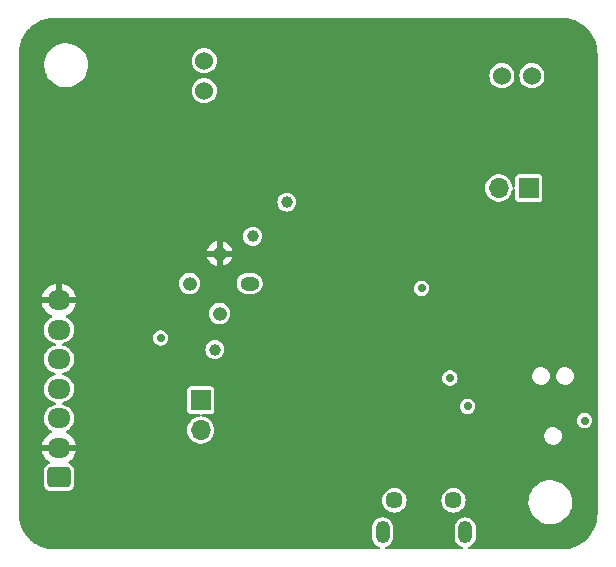
<source format=gbr>
G04 #@! TF.GenerationSoftware,KiCad,Pcbnew,7.0.8*
G04 #@! TF.CreationDate,2024-01-22T10:42:46-07:00*
G04 #@! TF.ProjectId,sdm24wheel,73646d32-3477-4686-9565-6c2e6b696361,v1.1*
G04 #@! TF.SameCoordinates,Original*
G04 #@! TF.FileFunction,Copper,L3,Inr*
G04 #@! TF.FilePolarity,Positive*
%FSLAX46Y46*%
G04 Gerber Fmt 4.6, Leading zero omitted, Abs format (unit mm)*
G04 Created by KiCad (PCBNEW 7.0.8) date 2024-01-22 10:42:46*
%MOMM*%
%LPD*%
G01*
G04 APERTURE LIST*
G04 Aperture macros list*
%AMRoundRect*
0 Rectangle with rounded corners*
0 $1 Rounding radius*
0 $2 $3 $4 $5 $6 $7 $8 $9 X,Y pos of 4 corners*
0 Add a 4 corners polygon primitive as box body*
4,1,4,$2,$3,$4,$5,$6,$7,$8,$9,$2,$3,0*
0 Add four circle primitives for the rounded corners*
1,1,$1+$1,$2,$3*
1,1,$1+$1,$4,$5*
1,1,$1+$1,$6,$7*
1,1,$1+$1,$8,$9*
0 Add four rect primitives between the rounded corners*
20,1,$1+$1,$2,$3,$4,$5,0*
20,1,$1+$1,$4,$5,$6,$7,0*
20,1,$1+$1,$6,$7,$8,$9,0*
20,1,$1+$1,$8,$9,$2,$3,0*%
G04 Aperture macros list end*
G04 #@! TA.AperFunction,ComponentPad*
%ADD10C,1.524000*%
G04 #@! TD*
G04 #@! TA.AperFunction,ComponentPad*
%ADD11O,1.200000X1.900000*%
G04 #@! TD*
G04 #@! TA.AperFunction,ComponentPad*
%ADD12C,1.450000*%
G04 #@! TD*
G04 #@! TA.AperFunction,ComponentPad*
%ADD13R,1.700000X1.700000*%
G04 #@! TD*
G04 #@! TA.AperFunction,ComponentPad*
%ADD14O,1.700000X1.700000*%
G04 #@! TD*
G04 #@! TA.AperFunction,ComponentPad*
%ADD15RoundRect,0.250000X0.725000X-0.600000X0.725000X0.600000X-0.725000X0.600000X-0.725000X-0.600000X0*%
G04 #@! TD*
G04 #@! TA.AperFunction,ComponentPad*
%ADD16O,1.950000X1.700000*%
G04 #@! TD*
G04 #@! TA.AperFunction,ComponentPad*
%ADD17O,1.600000X1.200000*%
G04 #@! TD*
G04 #@! TA.AperFunction,ComponentPad*
%ADD18O,1.200000X1.200000*%
G04 #@! TD*
G04 #@! TA.AperFunction,ViaPad*
%ADD19C,1.000000*%
G04 #@! TD*
G04 #@! TA.AperFunction,ViaPad*
%ADD20C,0.700000*%
G04 #@! TD*
G04 #@! TA.AperFunction,ViaPad*
%ADD21C,0.800000*%
G04 #@! TD*
G04 APERTURE END LIST*
D10*
X194440000Y-75900000D03*
X191900000Y-75900000D03*
X166700000Y-77170000D03*
X166700000Y-74630000D03*
D11*
X181800000Y-114550000D03*
D12*
X182800000Y-111850000D03*
X187800000Y-111850000D03*
D11*
X188800000Y-114550000D03*
D13*
X194175000Y-85400000D03*
D14*
X191635000Y-85400000D03*
D15*
X154400000Y-109900000D03*
D16*
X154400000Y-107400000D03*
X154400000Y-104900000D03*
X154400000Y-102400000D03*
X154400000Y-99900000D03*
X154400000Y-97400000D03*
X154400000Y-94900000D03*
D13*
X166400000Y-103360000D03*
D14*
X166400000Y-105900000D03*
D17*
X170540000Y-93500000D03*
D18*
X168000000Y-96040000D03*
X165460000Y-93500000D03*
X168000000Y-90960000D03*
D19*
X170800000Y-89500000D03*
X167600000Y-99100000D03*
X173700000Y-86600000D03*
D20*
X163000000Y-98100000D03*
X187500000Y-101500000D03*
X189000000Y-103900000D03*
X199200000Y-102200000D03*
X187600000Y-110300000D03*
X178400000Y-76600000D03*
D19*
X172000000Y-112300000D03*
D20*
X173100000Y-102900000D03*
X182900000Y-89300000D03*
X182400000Y-78600000D03*
X184700000Y-74600000D03*
X163000000Y-111900000D03*
X184200000Y-94800000D03*
D21*
X195300000Y-95700000D03*
D20*
X162800000Y-96400000D03*
X165800000Y-87600000D03*
X198900000Y-106200000D03*
X189500000Y-91800000D03*
X180800000Y-85800000D03*
X180100000Y-107100000D03*
X176200000Y-93000000D03*
X157900000Y-97300000D03*
X182000000Y-80500000D03*
X188500000Y-86800000D03*
X172400000Y-75500000D03*
X163400000Y-102400000D03*
X184700000Y-77400000D03*
X198200000Y-83300000D03*
X183600000Y-78600000D03*
X191400000Y-107000000D03*
X172400000Y-76400000D03*
X185800000Y-88500000D03*
X182000000Y-81600000D03*
X188100000Y-84100000D03*
X178400000Y-75500000D03*
X185105378Y-110305378D03*
X185100000Y-93900000D03*
X198900000Y-105100000D03*
G04 #@! TA.AperFunction,Conductor*
G36*
X197001619Y-71000584D02*
G01*
X197133628Y-71007503D01*
X197317027Y-71017803D01*
X197323212Y-71018465D01*
X197475647Y-71042608D01*
X197638194Y-71070226D01*
X197643811Y-71071453D01*
X197796693Y-71112418D01*
X197889122Y-71139046D01*
X197951724Y-71157082D01*
X197956759Y-71158769D01*
X198106183Y-71216127D01*
X198254007Y-71277358D01*
X198258412Y-71279388D01*
X198324180Y-71312899D01*
X198401921Y-71352511D01*
X198477428Y-71394241D01*
X198541480Y-71429641D01*
X198545215Y-71431882D01*
X198619487Y-71480115D01*
X198680872Y-71519980D01*
X198768357Y-71582053D01*
X198810764Y-71612142D01*
X198813886Y-71614510D01*
X198938748Y-71715621D01*
X198941034Y-71717567D01*
X199058721Y-71822738D01*
X199061248Y-71825128D01*
X199174870Y-71938750D01*
X199177260Y-71941277D01*
X199282431Y-72058964D01*
X199284385Y-72061260D01*
X199385480Y-72186102D01*
X199387862Y-72189243D01*
X199480019Y-72319127D01*
X199533758Y-72401875D01*
X199568106Y-72454767D01*
X199570364Y-72458531D01*
X199647488Y-72598078D01*
X199720604Y-72741575D01*
X199722643Y-72745997D01*
X199783877Y-72893829D01*
X199841221Y-73043217D01*
X199842916Y-73048273D01*
X199887579Y-73203297D01*
X199928541Y-73356171D01*
X199929778Y-73361835D01*
X199957394Y-73524369D01*
X199981530Y-73676758D01*
X199982196Y-73682985D01*
X199992509Y-73866617D01*
X199999415Y-73998377D01*
X199999500Y-74001623D01*
X199999500Y-112998376D01*
X199999415Y-113001622D01*
X199992509Y-113133382D01*
X199982196Y-113317013D01*
X199981530Y-113323240D01*
X199957394Y-113475630D01*
X199929778Y-113638163D01*
X199928541Y-113643827D01*
X199887579Y-113796702D01*
X199842916Y-113951725D01*
X199841221Y-113956781D01*
X199783877Y-114106170D01*
X199722643Y-114254001D01*
X199720604Y-114258423D01*
X199647488Y-114401921D01*
X199570364Y-114541467D01*
X199568097Y-114545246D01*
X199480019Y-114680872D01*
X199387862Y-114810755D01*
X199385480Y-114813896D01*
X199284385Y-114938738D01*
X199282431Y-114941034D01*
X199177260Y-115058721D01*
X199174870Y-115061248D01*
X199061248Y-115174870D01*
X199058721Y-115177260D01*
X198941034Y-115282431D01*
X198938738Y-115284385D01*
X198813896Y-115385480D01*
X198810755Y-115387862D01*
X198680872Y-115480019D01*
X198545246Y-115568097D01*
X198541467Y-115570364D01*
X198401921Y-115647488D01*
X198258423Y-115720604D01*
X198254001Y-115722643D01*
X198106170Y-115783877D01*
X197956781Y-115841221D01*
X197951725Y-115842916D01*
X197796702Y-115887579D01*
X197643827Y-115928541D01*
X197638163Y-115929778D01*
X197475630Y-115957394D01*
X197323240Y-115981530D01*
X197317013Y-115982196D01*
X197133382Y-115992509D01*
X197001622Y-115999415D01*
X196998376Y-115999500D01*
X189127821Y-115999500D01*
X189060782Y-115979815D01*
X189015027Y-115927011D01*
X189005083Y-115857853D01*
X189034108Y-115794297D01*
X189077385Y-115762221D01*
X189170856Y-115720604D01*
X189252730Y-115684151D01*
X189405871Y-115572888D01*
X189532533Y-115432216D01*
X189627179Y-115268284D01*
X189685674Y-115088256D01*
X189700500Y-114947192D01*
X189700500Y-114152808D01*
X189685674Y-114011744D01*
X189627179Y-113831716D01*
X189532533Y-113667784D01*
X189405871Y-113527112D01*
X189405870Y-113527111D01*
X189252734Y-113415851D01*
X189252729Y-113415848D01*
X189079807Y-113338857D01*
X189079802Y-113338855D01*
X188934001Y-113307865D01*
X188894646Y-113299500D01*
X188705354Y-113299500D01*
X188672897Y-113306398D01*
X188520197Y-113338855D01*
X188520192Y-113338857D01*
X188347270Y-113415848D01*
X188347265Y-113415851D01*
X188194129Y-113527111D01*
X188067466Y-113667785D01*
X187972821Y-113831715D01*
X187972818Y-113831722D01*
X187932184Y-113956782D01*
X187914326Y-114011744D01*
X187899500Y-114152808D01*
X187899500Y-114947192D01*
X187914326Y-115088256D01*
X187914327Y-115088259D01*
X187972818Y-115268277D01*
X187972821Y-115268284D01*
X188067467Y-115432216D01*
X188146405Y-115519885D01*
X188194129Y-115572888D01*
X188347265Y-115684148D01*
X188347270Y-115684151D01*
X188522615Y-115762221D01*
X188575852Y-115807471D01*
X188596173Y-115874320D01*
X188577127Y-115941544D01*
X188524761Y-115987799D01*
X188472179Y-115999500D01*
X182127821Y-115999500D01*
X182060782Y-115979815D01*
X182015027Y-115927011D01*
X182005083Y-115857853D01*
X182034108Y-115794297D01*
X182077385Y-115762221D01*
X182170856Y-115720604D01*
X182252730Y-115684151D01*
X182405871Y-115572888D01*
X182532533Y-115432216D01*
X182627179Y-115268284D01*
X182685674Y-115088256D01*
X182700500Y-114947192D01*
X182700500Y-114152808D01*
X182685674Y-114011744D01*
X182627179Y-113831716D01*
X182532533Y-113667784D01*
X182405871Y-113527112D01*
X182405870Y-113527111D01*
X182252734Y-113415851D01*
X182252729Y-113415848D01*
X182079807Y-113338857D01*
X182079802Y-113338855D01*
X181934001Y-113307865D01*
X181894646Y-113299500D01*
X181705354Y-113299500D01*
X181672897Y-113306398D01*
X181520197Y-113338855D01*
X181520192Y-113338857D01*
X181347270Y-113415848D01*
X181347265Y-113415851D01*
X181194129Y-113527111D01*
X181067466Y-113667785D01*
X180972821Y-113831715D01*
X180972818Y-113831722D01*
X180932184Y-113956782D01*
X180914326Y-114011744D01*
X180899500Y-114152808D01*
X180899500Y-114947192D01*
X180914326Y-115088256D01*
X180914327Y-115088259D01*
X180972818Y-115268277D01*
X180972821Y-115268284D01*
X181067467Y-115432216D01*
X181146405Y-115519885D01*
X181194129Y-115572888D01*
X181347265Y-115684148D01*
X181347270Y-115684151D01*
X181522615Y-115762221D01*
X181575852Y-115807471D01*
X181596173Y-115874320D01*
X181577127Y-115941544D01*
X181524761Y-115987799D01*
X181472179Y-115999500D01*
X154001624Y-115999500D01*
X153998378Y-115999415D01*
X153866617Y-115992509D01*
X153682985Y-115982196D01*
X153676758Y-115981530D01*
X153524369Y-115957394D01*
X153361835Y-115929778D01*
X153356171Y-115928541D01*
X153203297Y-115887579D01*
X153048273Y-115842916D01*
X153043217Y-115841221D01*
X152893829Y-115783877D01*
X152745997Y-115722643D01*
X152741575Y-115720604D01*
X152598078Y-115647488D01*
X152458531Y-115570364D01*
X152454767Y-115568106D01*
X152401875Y-115533758D01*
X152319127Y-115480019D01*
X152189243Y-115387862D01*
X152186102Y-115385480D01*
X152061260Y-115284385D01*
X152058964Y-115282431D01*
X151941277Y-115177260D01*
X151938750Y-115174870D01*
X151825128Y-115061248D01*
X151822738Y-115058721D01*
X151717567Y-114941034D01*
X151715613Y-114938738D01*
X151676848Y-114890867D01*
X151614510Y-114813886D01*
X151612136Y-114810755D01*
X151519980Y-114680872D01*
X151487406Y-114630715D01*
X151431882Y-114545215D01*
X151429641Y-114541480D01*
X151394241Y-114477428D01*
X151352511Y-114401921D01*
X151312899Y-114324180D01*
X151279388Y-114258412D01*
X151277358Y-114254007D01*
X151216122Y-114106170D01*
X151158769Y-113956759D01*
X151157082Y-113951724D01*
X151127919Y-113850499D01*
X151112414Y-113796679D01*
X151107082Y-113776779D01*
X151071453Y-113643811D01*
X151070226Y-113638194D01*
X151042601Y-113475606D01*
X151018465Y-113323212D01*
X151017803Y-113317027D01*
X151007490Y-113133382D01*
X151000584Y-113001620D01*
X151000500Y-112998377D01*
X151000500Y-111850000D01*
X181769538Y-111850000D01*
X181789337Y-112051031D01*
X181847978Y-112244345D01*
X181943198Y-112422488D01*
X181943203Y-112422495D01*
X182071352Y-112578647D01*
X182180016Y-112667824D01*
X182227506Y-112706798D01*
X182227509Y-112706799D01*
X182227511Y-112706801D01*
X182405654Y-112802021D01*
X182405656Y-112802021D01*
X182405659Y-112802023D01*
X182598967Y-112860662D01*
X182800000Y-112880462D01*
X183001033Y-112860662D01*
X183194341Y-112802023D01*
X183372494Y-112706798D01*
X183528647Y-112578647D01*
X183656798Y-112422494D01*
X183752023Y-112244341D01*
X183810662Y-112051033D01*
X183830462Y-111850000D01*
X186769538Y-111850000D01*
X186789337Y-112051031D01*
X186847978Y-112244345D01*
X186943198Y-112422488D01*
X186943203Y-112422495D01*
X187071352Y-112578647D01*
X187180016Y-112667824D01*
X187227506Y-112706798D01*
X187227509Y-112706799D01*
X187227511Y-112706801D01*
X187405654Y-112802021D01*
X187405656Y-112802021D01*
X187405659Y-112802023D01*
X187598967Y-112860662D01*
X187800000Y-112880462D01*
X188001033Y-112860662D01*
X188194341Y-112802023D01*
X188372494Y-112706798D01*
X188528647Y-112578647D01*
X188656798Y-112422494D01*
X188752023Y-112244341D01*
X188805587Y-112067763D01*
X194145787Y-112067763D01*
X194175413Y-112337013D01*
X194175415Y-112337024D01*
X194238584Y-112578647D01*
X194243928Y-112599088D01*
X194349870Y-112848390D01*
X194443387Y-113001623D01*
X194490979Y-113079605D01*
X194490986Y-113079615D01*
X194664253Y-113287819D01*
X194664259Y-113287824D01*
X194825649Y-113432429D01*
X194865998Y-113468582D01*
X195091910Y-113618044D01*
X195337176Y-113733020D01*
X195337183Y-113733022D01*
X195337185Y-113733023D01*
X195596557Y-113811057D01*
X195596564Y-113811058D01*
X195596569Y-113811060D01*
X195864561Y-113850500D01*
X195864566Y-113850500D01*
X196067636Y-113850500D01*
X196119133Y-113846730D01*
X196270156Y-113835677D01*
X196382758Y-113810593D01*
X196534546Y-113776782D01*
X196534548Y-113776781D01*
X196534553Y-113776780D01*
X196787558Y-113680014D01*
X197023777Y-113547441D01*
X197238177Y-113381888D01*
X197426186Y-113186881D01*
X197583799Y-112966579D01*
X197668404Y-112802021D01*
X197707649Y-112725690D01*
X197707651Y-112725684D01*
X197707656Y-112725675D01*
X197795118Y-112469305D01*
X197844319Y-112202933D01*
X197854212Y-111932235D01*
X197824586Y-111662982D01*
X197756072Y-111400912D01*
X197650130Y-111151610D01*
X197509018Y-110920390D01*
X197486159Y-110892922D01*
X197335746Y-110712180D01*
X197335740Y-110712175D01*
X197134002Y-110531418D01*
X196908092Y-110381957D01*
X196908090Y-110381956D01*
X196662824Y-110266980D01*
X196662819Y-110266978D01*
X196662814Y-110266976D01*
X196403442Y-110188942D01*
X196403428Y-110188939D01*
X196287791Y-110171921D01*
X196135439Y-110149500D01*
X195932369Y-110149500D01*
X195932364Y-110149500D01*
X195729844Y-110164323D01*
X195729831Y-110164325D01*
X195465453Y-110223217D01*
X195465446Y-110223220D01*
X195212439Y-110319987D01*
X194976226Y-110452557D01*
X194761822Y-110618112D01*
X194573822Y-110813109D01*
X194573816Y-110813116D01*
X194416202Y-111033419D01*
X194416199Y-111033424D01*
X194292350Y-111274309D01*
X194292343Y-111274327D01*
X194204884Y-111530685D01*
X194204881Y-111530699D01*
X194155681Y-111797068D01*
X194155680Y-111797075D01*
X194145787Y-112067763D01*
X188805587Y-112067763D01*
X188810662Y-112051033D01*
X188830462Y-111850000D01*
X188810662Y-111648967D01*
X188752023Y-111455659D01*
X188752021Y-111455656D01*
X188752021Y-111455654D01*
X188656801Y-111277511D01*
X188656799Y-111277509D01*
X188656798Y-111277506D01*
X188617824Y-111230016D01*
X188528647Y-111121352D01*
X188372495Y-110993203D01*
X188372488Y-110993198D01*
X188194345Y-110897978D01*
X188001031Y-110839337D01*
X187800000Y-110819538D01*
X187598968Y-110839337D01*
X187405654Y-110897978D01*
X187227511Y-110993198D01*
X187227504Y-110993203D01*
X187071352Y-111121352D01*
X186943203Y-111277504D01*
X186943198Y-111277511D01*
X186847978Y-111455654D01*
X186789337Y-111648968D01*
X186769538Y-111850000D01*
X183830462Y-111850000D01*
X183810662Y-111648967D01*
X183752023Y-111455659D01*
X183752021Y-111455656D01*
X183752021Y-111455654D01*
X183656801Y-111277511D01*
X183656799Y-111277509D01*
X183656798Y-111277506D01*
X183617824Y-111230016D01*
X183528647Y-111121352D01*
X183372495Y-110993203D01*
X183372488Y-110993198D01*
X183194345Y-110897978D01*
X183001031Y-110839337D01*
X182800000Y-110819538D01*
X182598968Y-110839337D01*
X182405654Y-110897978D01*
X182227511Y-110993198D01*
X182227504Y-110993203D01*
X182071352Y-111121352D01*
X181943203Y-111277504D01*
X181943198Y-111277511D01*
X181847978Y-111455654D01*
X181789337Y-111648968D01*
X181769538Y-111850000D01*
X151000500Y-111850000D01*
X151000500Y-107650000D01*
X152944364Y-107650000D01*
X153001567Y-107863486D01*
X153001570Y-107863492D01*
X153101399Y-108077577D01*
X153101400Y-108077579D01*
X153236886Y-108271073D01*
X153236891Y-108271079D01*
X153403920Y-108438108D01*
X153403926Y-108438113D01*
X153559426Y-108546995D01*
X153603051Y-108601572D01*
X153610245Y-108671070D01*
X153578722Y-108733425D01*
X153533794Y-108763924D01*
X153402658Y-108815638D01*
X153282077Y-108907077D01*
X153190639Y-109027656D01*
X153135122Y-109168438D01*
X153129188Y-109217853D01*
X153124500Y-109256898D01*
X153124500Y-110543102D01*
X153130126Y-110589954D01*
X153135122Y-110631561D01*
X153190639Y-110772343D01*
X153282077Y-110892922D01*
X153402656Y-110984360D01*
X153402657Y-110984360D01*
X153402658Y-110984361D01*
X153543436Y-111039877D01*
X153631898Y-111050500D01*
X153631903Y-111050500D01*
X155168097Y-111050500D01*
X155168102Y-111050500D01*
X155256564Y-111039877D01*
X155397342Y-110984361D01*
X155517922Y-110892922D01*
X155609361Y-110772342D01*
X155664877Y-110631564D01*
X155675500Y-110543102D01*
X155675500Y-109256898D01*
X155664877Y-109168436D01*
X155609361Y-109027658D01*
X155609360Y-109027657D01*
X155609360Y-109027656D01*
X155517922Y-108907077D01*
X155397341Y-108815638D01*
X155266205Y-108763924D01*
X155211062Y-108721018D01*
X155187869Y-108655110D01*
X155203990Y-108587126D01*
X155240573Y-108546995D01*
X155396073Y-108438113D01*
X155396079Y-108438108D01*
X155563105Y-108271082D01*
X155698600Y-108077578D01*
X155798429Y-107863492D01*
X155798432Y-107863486D01*
X155855636Y-107650000D01*
X154803969Y-107650000D01*
X154836519Y-107599351D01*
X154875000Y-107468295D01*
X154875000Y-107331705D01*
X154836519Y-107200649D01*
X154803969Y-107150000D01*
X155855636Y-107150000D01*
X155855635Y-107149999D01*
X155798432Y-106936513D01*
X155798429Y-106936507D01*
X155698600Y-106722422D01*
X155698599Y-106722420D01*
X155563113Y-106528926D01*
X155563108Y-106528920D01*
X155396079Y-106361891D01*
X155396073Y-106361886D01*
X155202579Y-106226400D01*
X155202577Y-106226399D01*
X155043134Y-106152049D01*
X154990695Y-106105876D01*
X154971543Y-106038683D01*
X154991759Y-105971802D01*
X155040266Y-105928668D01*
X155097840Y-105900000D01*
X165244571Y-105900000D01*
X165264244Y-106112310D01*
X165311847Y-106279616D01*
X165322596Y-106317392D01*
X165322596Y-106317394D01*
X165417632Y-106508253D01*
X165506060Y-106625349D01*
X165546128Y-106678407D01*
X165703698Y-106822052D01*
X165884981Y-106934298D01*
X166083802Y-107011321D01*
X166293390Y-107050500D01*
X166293392Y-107050500D01*
X166506608Y-107050500D01*
X166506610Y-107050500D01*
X166716198Y-107011321D01*
X166915019Y-106934298D01*
X167096302Y-106822052D01*
X167253872Y-106678407D01*
X167382366Y-106508255D01*
X167409551Y-106453660D01*
X195485393Y-106453660D01*
X195515668Y-106625354D01*
X195584721Y-106785438D01*
X195584722Y-106785440D01*
X195584724Y-106785443D01*
X195611979Y-106822052D01*
X195688832Y-106925283D01*
X195822386Y-107037349D01*
X195978185Y-107115594D01*
X196147829Y-107155800D01*
X196147831Y-107155800D01*
X196278429Y-107155800D01*
X196278436Y-107155800D01*
X196408164Y-107140637D01*
X196571993Y-107081008D01*
X196717654Y-106985205D01*
X196837296Y-106858393D01*
X196924467Y-106707407D01*
X196974469Y-106540388D01*
X196984607Y-106366340D01*
X196954332Y-106194646D01*
X196885279Y-106034562D01*
X196781168Y-105894717D01*
X196766446Y-105882364D01*
X196647614Y-105782651D01*
X196647612Y-105782650D01*
X196491818Y-105704407D01*
X196491816Y-105704406D01*
X196491815Y-105704406D01*
X196322171Y-105664200D01*
X196191564Y-105664200D01*
X196078052Y-105677467D01*
X196061835Y-105679363D01*
X196061832Y-105679364D01*
X195898008Y-105738991D01*
X195898004Y-105738993D01*
X195752348Y-105834792D01*
X195752347Y-105834793D01*
X195632706Y-105961603D01*
X195632703Y-105961609D01*
X195545534Y-106112590D01*
X195495531Y-106279610D01*
X195495530Y-106279616D01*
X195490738Y-106361891D01*
X195485393Y-106453660D01*
X167409551Y-106453660D01*
X167455246Y-106361891D01*
X167477403Y-106317394D01*
X167477403Y-106317393D01*
X167477405Y-106317389D01*
X167535756Y-106112310D01*
X167555429Y-105900000D01*
X167554939Y-105894717D01*
X167544555Y-105782650D01*
X167535756Y-105687690D01*
X167477405Y-105482611D01*
X167477403Y-105482606D01*
X167477403Y-105482605D01*
X167382367Y-105291746D01*
X167253872Y-105121593D01*
X167230186Y-105100000D01*
X198244722Y-105100000D01*
X198263762Y-105256818D01*
X198277009Y-105291746D01*
X198319780Y-105404523D01*
X198409517Y-105534530D01*
X198527760Y-105639283D01*
X198527762Y-105639284D01*
X198667634Y-105712696D01*
X198821014Y-105750500D01*
X198821015Y-105750500D01*
X198978985Y-105750500D01*
X199132365Y-105712696D01*
X199195873Y-105679364D01*
X199272240Y-105639283D01*
X199390483Y-105534530D01*
X199480220Y-105404523D01*
X199536237Y-105256818D01*
X199555278Y-105100000D01*
X199543939Y-105006610D01*
X199536237Y-104943181D01*
X199506852Y-104865701D01*
X199480220Y-104795477D01*
X199390483Y-104665470D01*
X199272240Y-104560717D01*
X199272238Y-104560716D01*
X199272237Y-104560715D01*
X199132365Y-104487303D01*
X198978986Y-104449500D01*
X198978985Y-104449500D01*
X198821015Y-104449500D01*
X198821014Y-104449500D01*
X198667634Y-104487303D01*
X198527762Y-104560715D01*
X198409516Y-104665471D01*
X198319781Y-104795475D01*
X198319780Y-104795476D01*
X198263762Y-104943181D01*
X198244722Y-105099999D01*
X198244722Y-105100000D01*
X167230186Y-105100000D01*
X167230185Y-105099999D01*
X167096302Y-104977948D01*
X166915019Y-104865702D01*
X166915017Y-104865701D01*
X166815608Y-104827190D01*
X166716198Y-104788679D01*
X166543456Y-104756387D01*
X166481176Y-104724719D01*
X166445903Y-104664407D01*
X166448837Y-104594599D01*
X166489046Y-104537459D01*
X166553764Y-104511128D01*
X166566233Y-104510499D01*
X167294864Y-104510499D01*
X167294879Y-104510497D01*
X167294882Y-104510497D01*
X167319987Y-104507586D01*
X167319988Y-104507585D01*
X167319991Y-104507585D01*
X167422765Y-104462206D01*
X167502206Y-104382765D01*
X167547585Y-104279991D01*
X167550500Y-104254865D01*
X167550500Y-103900000D01*
X188344722Y-103900000D01*
X188363762Y-104056818D01*
X188419467Y-104203698D01*
X188419780Y-104204523D01*
X188509517Y-104334530D01*
X188627760Y-104439283D01*
X188627762Y-104439284D01*
X188767634Y-104512696D01*
X188921014Y-104550500D01*
X188921015Y-104550500D01*
X189078985Y-104550500D01*
X189232365Y-104512696D01*
X189242105Y-104507584D01*
X189372240Y-104439283D01*
X189490483Y-104334530D01*
X189580220Y-104204523D01*
X189636237Y-104056818D01*
X189655278Y-103900000D01*
X189645880Y-103822595D01*
X189636237Y-103743181D01*
X189593815Y-103631324D01*
X189580220Y-103595477D01*
X189490483Y-103465470D01*
X189372240Y-103360717D01*
X189372238Y-103360716D01*
X189372237Y-103360715D01*
X189232365Y-103287303D01*
X189078986Y-103249500D01*
X189078985Y-103249500D01*
X188921015Y-103249500D01*
X188921014Y-103249500D01*
X188767634Y-103287303D01*
X188627762Y-103360715D01*
X188509516Y-103465471D01*
X188419781Y-103595475D01*
X188419780Y-103595476D01*
X188363762Y-103743181D01*
X188344722Y-103899999D01*
X188344722Y-103900000D01*
X167550500Y-103900000D01*
X167550499Y-102465136D01*
X167550497Y-102465117D01*
X167547586Y-102440012D01*
X167547585Y-102440010D01*
X167547585Y-102440009D01*
X167502206Y-102337235D01*
X167422765Y-102257794D01*
X167422763Y-102257793D01*
X167319992Y-102212415D01*
X167294865Y-102209500D01*
X165505143Y-102209500D01*
X165505117Y-102209502D01*
X165480012Y-102212413D01*
X165480008Y-102212415D01*
X165377235Y-102257793D01*
X165297794Y-102337234D01*
X165252415Y-102440006D01*
X165252415Y-102440008D01*
X165249500Y-102465131D01*
X165249500Y-104254856D01*
X165249502Y-104254882D01*
X165252413Y-104279987D01*
X165252415Y-104279991D01*
X165297793Y-104382764D01*
X165297794Y-104382765D01*
X165377235Y-104462206D01*
X165480009Y-104507585D01*
X165505135Y-104510500D01*
X166233758Y-104510499D01*
X166300795Y-104530183D01*
X166346550Y-104582987D01*
X166356494Y-104652146D01*
X166327469Y-104715702D01*
X166268691Y-104753476D01*
X166256542Y-104756388D01*
X166200116Y-104766935D01*
X166083802Y-104788679D01*
X166083800Y-104788679D01*
X166083798Y-104788680D01*
X165884982Y-104865701D01*
X165884980Y-104865702D01*
X165703699Y-104977947D01*
X165546127Y-105121593D01*
X165417632Y-105291746D01*
X165322596Y-105482605D01*
X165322596Y-105482607D01*
X165264244Y-105687689D01*
X165245061Y-105894717D01*
X165244571Y-105900000D01*
X155097840Y-105900000D01*
X155133255Y-105882366D01*
X155303407Y-105753872D01*
X155447052Y-105596302D01*
X155559298Y-105415019D01*
X155636321Y-105216198D01*
X155675500Y-105006610D01*
X155675500Y-104793390D01*
X155636321Y-104583802D01*
X155559298Y-104384981D01*
X155447052Y-104203698D01*
X155303407Y-104046128D01*
X155303406Y-104046127D01*
X155133253Y-103917632D01*
X154942393Y-103822596D01*
X154754960Y-103769266D01*
X154695867Y-103731986D01*
X154666310Y-103668677D01*
X154675672Y-103599437D01*
X154720982Y-103546251D01*
X154754960Y-103530734D01*
X154942389Y-103477405D01*
X154942393Y-103477403D01*
X154942394Y-103477403D01*
X155133253Y-103382367D01*
X155133253Y-103382366D01*
X155133255Y-103382366D01*
X155303407Y-103253872D01*
X155447052Y-103096302D01*
X155559298Y-102915019D01*
X155636321Y-102716198D01*
X155675500Y-102506610D01*
X155675500Y-102293390D01*
X155636321Y-102083802D01*
X155559298Y-101884981D01*
X155447052Y-101703698D01*
X155303407Y-101546128D01*
X155302382Y-101545354D01*
X155242324Y-101500000D01*
X186844722Y-101500000D01*
X186863762Y-101656818D01*
X186909869Y-101778390D01*
X186919780Y-101804523D01*
X187009517Y-101934530D01*
X187127760Y-102039283D01*
X187127762Y-102039284D01*
X187267634Y-102112696D01*
X187421014Y-102150500D01*
X187421015Y-102150500D01*
X187578985Y-102150500D01*
X187732365Y-102112696D01*
X187787417Y-102083802D01*
X187872240Y-102039283D01*
X187990483Y-101934530D01*
X188080220Y-101804523D01*
X188136237Y-101656818D01*
X188155278Y-101500000D01*
X188150469Y-101460389D01*
X188139938Y-101373659D01*
X194469393Y-101373659D01*
X194491670Y-101499999D01*
X194499668Y-101545354D01*
X194568721Y-101705438D01*
X194568722Y-101705440D01*
X194568724Y-101705443D01*
X194623032Y-101778390D01*
X194672832Y-101845283D01*
X194806386Y-101957349D01*
X194962185Y-102035594D01*
X195131829Y-102075800D01*
X195131831Y-102075800D01*
X195262429Y-102075800D01*
X195262436Y-102075800D01*
X195392164Y-102060637D01*
X195555993Y-102001008D01*
X195701654Y-101905205D01*
X195821296Y-101778393D01*
X195908467Y-101627407D01*
X195958469Y-101460388D01*
X195963521Y-101373659D01*
X196501393Y-101373659D01*
X196523670Y-101499999D01*
X196531668Y-101545354D01*
X196600721Y-101705438D01*
X196600722Y-101705440D01*
X196600724Y-101705443D01*
X196655032Y-101778390D01*
X196704832Y-101845283D01*
X196838386Y-101957349D01*
X196994185Y-102035594D01*
X197163829Y-102075800D01*
X197163831Y-102075800D01*
X197294429Y-102075800D01*
X197294436Y-102075800D01*
X197424164Y-102060637D01*
X197587993Y-102001008D01*
X197733654Y-101905205D01*
X197853296Y-101778393D01*
X197940467Y-101627407D01*
X197990469Y-101460388D01*
X198000607Y-101286340D01*
X197970332Y-101114646D01*
X197901279Y-100954562D01*
X197851206Y-100887303D01*
X197797167Y-100814716D01*
X197663614Y-100702651D01*
X197663612Y-100702650D01*
X197507818Y-100624407D01*
X197507816Y-100624406D01*
X197507815Y-100624406D01*
X197338171Y-100584200D01*
X197207564Y-100584200D01*
X197104042Y-100596300D01*
X197077835Y-100599363D01*
X197077832Y-100599364D01*
X196914008Y-100658991D01*
X196914004Y-100658993D01*
X196768348Y-100754792D01*
X196768347Y-100754793D01*
X196648706Y-100881603D01*
X196648704Y-100881607D01*
X196645415Y-100887304D01*
X196561534Y-101032590D01*
X196511531Y-101199610D01*
X196511530Y-101199616D01*
X196501393Y-101373659D01*
X195963521Y-101373659D01*
X195968607Y-101286340D01*
X195938332Y-101114646D01*
X195869279Y-100954562D01*
X195819206Y-100887303D01*
X195765167Y-100814716D01*
X195631614Y-100702651D01*
X195631612Y-100702650D01*
X195475818Y-100624407D01*
X195475816Y-100624406D01*
X195475815Y-100624406D01*
X195306171Y-100584200D01*
X195175564Y-100584200D01*
X195072042Y-100596300D01*
X195045835Y-100599363D01*
X195045832Y-100599364D01*
X194882008Y-100658991D01*
X194882004Y-100658993D01*
X194736348Y-100754792D01*
X194736347Y-100754793D01*
X194616706Y-100881603D01*
X194616704Y-100881607D01*
X194613415Y-100887304D01*
X194529534Y-101032590D01*
X194479531Y-101199610D01*
X194479530Y-101199616D01*
X194469393Y-101373659D01*
X188139938Y-101373659D01*
X188136237Y-101343181D01*
X188106300Y-101264244D01*
X188080220Y-101195477D01*
X187990483Y-101065470D01*
X187872240Y-100960717D01*
X187872238Y-100960716D01*
X187872237Y-100960715D01*
X187732365Y-100887303D01*
X187578986Y-100849500D01*
X187578985Y-100849500D01*
X187421015Y-100849500D01*
X187421014Y-100849500D01*
X187267634Y-100887303D01*
X187127762Y-100960715D01*
X187009516Y-101065471D01*
X186919781Y-101195475D01*
X186919780Y-101195476D01*
X186863762Y-101343181D01*
X186844722Y-101499999D01*
X186844722Y-101500000D01*
X155242324Y-101500000D01*
X155133253Y-101417632D01*
X154942393Y-101322596D01*
X154754960Y-101269266D01*
X154695867Y-101231986D01*
X154666310Y-101168677D01*
X154675672Y-101099437D01*
X154720982Y-101046251D01*
X154754960Y-101030734D01*
X154942389Y-100977405D01*
X154942393Y-100977403D01*
X154942394Y-100977403D01*
X155133253Y-100882367D01*
X155133253Y-100882366D01*
X155133255Y-100882366D01*
X155303407Y-100753872D01*
X155447052Y-100596302D01*
X155559298Y-100415019D01*
X155636321Y-100216198D01*
X155675500Y-100006610D01*
X155675500Y-99793390D01*
X155636321Y-99583802D01*
X155559298Y-99384981D01*
X155447052Y-99203698D01*
X155352521Y-99100003D01*
X166794435Y-99100003D01*
X166814630Y-99279249D01*
X166814631Y-99279254D01*
X166874211Y-99449523D01*
X166958583Y-99583799D01*
X166970184Y-99602262D01*
X167097738Y-99729816D01*
X167188080Y-99786582D01*
X167198918Y-99793392D01*
X167250478Y-99825789D01*
X167420745Y-99885368D01*
X167420750Y-99885369D01*
X167599996Y-99905565D01*
X167600000Y-99905565D01*
X167600004Y-99905565D01*
X167779249Y-99885369D01*
X167779252Y-99885368D01*
X167779255Y-99885368D01*
X167949522Y-99825789D01*
X168102262Y-99729816D01*
X168229816Y-99602262D01*
X168325789Y-99449522D01*
X168385368Y-99279255D01*
X168405565Y-99100000D01*
X168399495Y-99046128D01*
X168385369Y-98920750D01*
X168385368Y-98920745D01*
X168330606Y-98764244D01*
X168325789Y-98750478D01*
X168325174Y-98749500D01*
X168255920Y-98639283D01*
X168229816Y-98597738D01*
X168102262Y-98470184D01*
X167997765Y-98404524D01*
X167949523Y-98374211D01*
X167779254Y-98314631D01*
X167779249Y-98314630D01*
X167600004Y-98294435D01*
X167599996Y-98294435D01*
X167420750Y-98314630D01*
X167420745Y-98314631D01*
X167250476Y-98374211D01*
X167097737Y-98470184D01*
X166970184Y-98597737D01*
X166874211Y-98750476D01*
X166814631Y-98920745D01*
X166814630Y-98920750D01*
X166794435Y-99099996D01*
X166794435Y-99100003D01*
X155352521Y-99100003D01*
X155303407Y-99046128D01*
X155303406Y-99046127D01*
X155133253Y-98917632D01*
X154942393Y-98822596D01*
X154754960Y-98769266D01*
X154695867Y-98731986D01*
X154666310Y-98668677D01*
X154675672Y-98599437D01*
X154720982Y-98546251D01*
X154754960Y-98530734D01*
X154942389Y-98477405D01*
X154942393Y-98477403D01*
X154942394Y-98477403D01*
X155133253Y-98382367D01*
X155133253Y-98382366D01*
X155133255Y-98382366D01*
X155303407Y-98253872D01*
X155443681Y-98100000D01*
X162344722Y-98100000D01*
X162363762Y-98256818D01*
X162408284Y-98374211D01*
X162419780Y-98404523D01*
X162509517Y-98534530D01*
X162627760Y-98639283D01*
X162627762Y-98639284D01*
X162767634Y-98712696D01*
X162921014Y-98750500D01*
X162921015Y-98750500D01*
X163078985Y-98750500D01*
X163232365Y-98712696D01*
X163255482Y-98700563D01*
X163372240Y-98639283D01*
X163490483Y-98534530D01*
X163580220Y-98404523D01*
X163636237Y-98256818D01*
X163655278Y-98100000D01*
X163636237Y-97943182D01*
X163625555Y-97915017D01*
X163614992Y-97887164D01*
X163580220Y-97795477D01*
X163490483Y-97665470D01*
X163372240Y-97560717D01*
X163372238Y-97560716D01*
X163372237Y-97560715D01*
X163232365Y-97487303D01*
X163078986Y-97449500D01*
X163078985Y-97449500D01*
X162921015Y-97449500D01*
X162921014Y-97449500D01*
X162767634Y-97487303D01*
X162627762Y-97560715D01*
X162509516Y-97665471D01*
X162419781Y-97795475D01*
X162419780Y-97795476D01*
X162363762Y-97943181D01*
X162344722Y-98099999D01*
X162344722Y-98100000D01*
X155443681Y-98100000D01*
X155447052Y-98096302D01*
X155559298Y-97915019D01*
X155636321Y-97716198D01*
X155675500Y-97506610D01*
X155675500Y-97293390D01*
X155636321Y-97083802D01*
X155559298Y-96884981D01*
X155447052Y-96703698D01*
X155303407Y-96546128D01*
X155303406Y-96546127D01*
X155133253Y-96417632D01*
X155040268Y-96371332D01*
X154989031Y-96323830D01*
X154971609Y-96256167D01*
X154993534Y-96189826D01*
X155043134Y-96147950D01*
X155202577Y-96073600D01*
X155202579Y-96073599D01*
X155250563Y-96040000D01*
X167094540Y-96040000D01*
X167114326Y-96228256D01*
X167114327Y-96228259D01*
X167172818Y-96408277D01*
X167172821Y-96408284D01*
X167267467Y-96572216D01*
X167385854Y-96703698D01*
X167394129Y-96712888D01*
X167547265Y-96824148D01*
X167547270Y-96824151D01*
X167720192Y-96901142D01*
X167720197Y-96901144D01*
X167905354Y-96940500D01*
X167905355Y-96940500D01*
X168094644Y-96940500D01*
X168094646Y-96940500D01*
X168279803Y-96901144D01*
X168452730Y-96824151D01*
X168605871Y-96712888D01*
X168732533Y-96572216D01*
X168827179Y-96408284D01*
X168885674Y-96228256D01*
X168905460Y-96040000D01*
X168885674Y-95851744D01*
X168827179Y-95671716D01*
X168732533Y-95507784D01*
X168605871Y-95367112D01*
X168605870Y-95367111D01*
X168452734Y-95255851D01*
X168452729Y-95255848D01*
X168279807Y-95178857D01*
X168279802Y-95178855D01*
X168134001Y-95147865D01*
X168094646Y-95139500D01*
X167905354Y-95139500D01*
X167872897Y-95146398D01*
X167720197Y-95178855D01*
X167720192Y-95178857D01*
X167547270Y-95255848D01*
X167547265Y-95255851D01*
X167394129Y-95367111D01*
X167267466Y-95507785D01*
X167172821Y-95671715D01*
X167172818Y-95671722D01*
X167114327Y-95851740D01*
X167114326Y-95851744D01*
X167094540Y-96040000D01*
X155250563Y-96040000D01*
X155396073Y-95938113D01*
X155396079Y-95938108D01*
X155563105Y-95771082D01*
X155698600Y-95577578D01*
X155798429Y-95363492D01*
X155798432Y-95363486D01*
X155855636Y-95150000D01*
X154803969Y-95150000D01*
X154836519Y-95099351D01*
X154875000Y-94968295D01*
X154875000Y-94831705D01*
X154836519Y-94700649D01*
X154803969Y-94650000D01*
X155855636Y-94650000D01*
X155855635Y-94649999D01*
X155798432Y-94436513D01*
X155798429Y-94436507D01*
X155698600Y-94222422D01*
X155698599Y-94222420D01*
X155563113Y-94028926D01*
X155563108Y-94028920D01*
X155396079Y-93861891D01*
X155396073Y-93861886D01*
X155202579Y-93726400D01*
X155202577Y-93726399D01*
X154988492Y-93626570D01*
X154988483Y-93626566D01*
X154760326Y-93565432D01*
X154760316Y-93565430D01*
X154650000Y-93555778D01*
X154650000Y-94491981D01*
X154535199Y-94439554D01*
X154433975Y-94425000D01*
X154366025Y-94425000D01*
X154264801Y-94439554D01*
X154150000Y-94491981D01*
X154150000Y-93555778D01*
X154039683Y-93565430D01*
X154039673Y-93565432D01*
X153811516Y-93626566D01*
X153811507Y-93626570D01*
X153597422Y-93726399D01*
X153597420Y-93726400D01*
X153403926Y-93861886D01*
X153403920Y-93861891D01*
X153236894Y-94028917D01*
X153101399Y-94222421D01*
X153001570Y-94436507D01*
X153001567Y-94436513D01*
X152944364Y-94649999D01*
X152944364Y-94650000D01*
X153996031Y-94650000D01*
X153963481Y-94700649D01*
X153925000Y-94831705D01*
X153925000Y-94968295D01*
X153963481Y-95099351D01*
X153996031Y-95150000D01*
X152944364Y-95150000D01*
X153001567Y-95363486D01*
X153001570Y-95363492D01*
X153101399Y-95577577D01*
X153101400Y-95577579D01*
X153236886Y-95771073D01*
X153236891Y-95771079D01*
X153403920Y-95938108D01*
X153403926Y-95938113D01*
X153597420Y-96073599D01*
X153597422Y-96073600D01*
X153756865Y-96147950D01*
X153809304Y-96194122D01*
X153828456Y-96261316D01*
X153808240Y-96328197D01*
X153759732Y-96371332D01*
X153666744Y-96417634D01*
X153496593Y-96546127D01*
X153352947Y-96703699D01*
X153240702Y-96884980D01*
X153240701Y-96884982D01*
X153234441Y-96901142D01*
X153163679Y-97083802D01*
X153124500Y-97293390D01*
X153124500Y-97506610D01*
X153163679Y-97716198D01*
X153240702Y-97915019D01*
X153352948Y-98096302D01*
X153496593Y-98253872D01*
X153666746Y-98382367D01*
X153857606Y-98477403D01*
X153857608Y-98477403D01*
X153857611Y-98477405D01*
X153991971Y-98515634D01*
X154045039Y-98530734D01*
X154104132Y-98568014D01*
X154133689Y-98631324D01*
X154124327Y-98700563D01*
X154079017Y-98753749D01*
X154045039Y-98769266D01*
X153857607Y-98822596D01*
X153857605Y-98822596D01*
X153666746Y-98917632D01*
X153496593Y-99046127D01*
X153352947Y-99203699D01*
X153240702Y-99384980D01*
X153240701Y-99384982D01*
X153163680Y-99583799D01*
X153163679Y-99583802D01*
X153124500Y-99793390D01*
X153124500Y-100006610D01*
X153163679Y-100216198D01*
X153240702Y-100415019D01*
X153352948Y-100596302D01*
X153410097Y-100658991D01*
X153496593Y-100753872D01*
X153666746Y-100882367D01*
X153857606Y-100977403D01*
X153857608Y-100977403D01*
X153857611Y-100977405D01*
X153991971Y-101015634D01*
X154045039Y-101030734D01*
X154104132Y-101068014D01*
X154133689Y-101131324D01*
X154124327Y-101200563D01*
X154079017Y-101253749D01*
X154045039Y-101269266D01*
X153857607Y-101322596D01*
X153857605Y-101322596D01*
X153666746Y-101417632D01*
X153496593Y-101546127D01*
X153352947Y-101703699D01*
X153240702Y-101884980D01*
X153240701Y-101884982D01*
X153180925Y-102039284D01*
X153163679Y-102083802D01*
X153124500Y-102293390D01*
X153124500Y-102506610D01*
X153163679Y-102716198D01*
X153240702Y-102915019D01*
X153352948Y-103096302D01*
X153492607Y-103249500D01*
X153496593Y-103253872D01*
X153666746Y-103382367D01*
X153857606Y-103477403D01*
X153857608Y-103477403D01*
X153857611Y-103477405D01*
X153991971Y-103515634D01*
X154045039Y-103530734D01*
X154104132Y-103568014D01*
X154133689Y-103631324D01*
X154124327Y-103700563D01*
X154079017Y-103753749D01*
X154045039Y-103769266D01*
X153857607Y-103822596D01*
X153857605Y-103822596D01*
X153666746Y-103917632D01*
X153496593Y-104046127D01*
X153352947Y-104203699D01*
X153240702Y-104384980D01*
X153240701Y-104384982D01*
X153191225Y-104512696D01*
X153163679Y-104583802D01*
X153124500Y-104793390D01*
X153124500Y-105006610D01*
X153163679Y-105216198D01*
X153240702Y-105415019D01*
X153352948Y-105596302D01*
X153496593Y-105753872D01*
X153666745Y-105882366D01*
X153759733Y-105928668D01*
X153810968Y-105976169D01*
X153828390Y-106043832D01*
X153806465Y-106110172D01*
X153756865Y-106152049D01*
X153597422Y-106226399D01*
X153597420Y-106226400D01*
X153403926Y-106361886D01*
X153403920Y-106361891D01*
X153236894Y-106528917D01*
X153101399Y-106722421D01*
X153001570Y-106936507D01*
X153001567Y-106936513D01*
X152944364Y-107149999D01*
X152944364Y-107150000D01*
X153996031Y-107150000D01*
X153963481Y-107200649D01*
X153925000Y-107331705D01*
X153925000Y-107468295D01*
X153963481Y-107599351D01*
X153996031Y-107650000D01*
X152944364Y-107650000D01*
X151000500Y-107650000D01*
X151000500Y-93500000D01*
X164554540Y-93500000D01*
X164574326Y-93688256D01*
X164574327Y-93688259D01*
X164632818Y-93868277D01*
X164632821Y-93868284D01*
X164727467Y-94032216D01*
X164854129Y-94172888D01*
X165007265Y-94284148D01*
X165007270Y-94284151D01*
X165180192Y-94361142D01*
X165180197Y-94361144D01*
X165365354Y-94400500D01*
X165365355Y-94400500D01*
X165554644Y-94400500D01*
X165554646Y-94400500D01*
X165739803Y-94361144D01*
X165912730Y-94284151D01*
X166065871Y-94172888D01*
X166192533Y-94032216D01*
X166287179Y-93868284D01*
X166345674Y-93688256D01*
X166355513Y-93594646D01*
X169439500Y-93594646D01*
X169439677Y-93595477D01*
X169478855Y-93779802D01*
X169478857Y-93779807D01*
X169555848Y-93952729D01*
X169555851Y-93952734D01*
X169631473Y-94056818D01*
X169667112Y-94105871D01*
X169807784Y-94232533D01*
X169971716Y-94327179D01*
X170151744Y-94385674D01*
X170292808Y-94400500D01*
X170292812Y-94400500D01*
X170787188Y-94400500D01*
X170787192Y-94400500D01*
X170928256Y-94385674D01*
X171108284Y-94327179D01*
X171272216Y-94232533D01*
X171412888Y-94105871D01*
X171524151Y-93952730D01*
X171547628Y-93900000D01*
X184444722Y-93900000D01*
X184463762Y-94056818D01*
X184482366Y-94105871D01*
X184519780Y-94204523D01*
X184609517Y-94334530D01*
X184727760Y-94439283D01*
X184727762Y-94439284D01*
X184867634Y-94512696D01*
X185021014Y-94550500D01*
X185021015Y-94550500D01*
X185178985Y-94550500D01*
X185332365Y-94512696D01*
X185363614Y-94496295D01*
X185472240Y-94439283D01*
X185590483Y-94334530D01*
X185680220Y-94204523D01*
X185736237Y-94056818D01*
X185755278Y-93900000D01*
X185740684Y-93779802D01*
X185736237Y-93743181D01*
X185692010Y-93626566D01*
X185680220Y-93595477D01*
X185590483Y-93465470D01*
X185472240Y-93360717D01*
X185472238Y-93360716D01*
X185472237Y-93360715D01*
X185332365Y-93287303D01*
X185178986Y-93249500D01*
X185178985Y-93249500D01*
X185021015Y-93249500D01*
X185021014Y-93249500D01*
X184867634Y-93287303D01*
X184727762Y-93360715D01*
X184609516Y-93465471D01*
X184519781Y-93595475D01*
X184519780Y-93595476D01*
X184463762Y-93743181D01*
X184444722Y-93899999D01*
X184444722Y-93900000D01*
X171547628Y-93900000D01*
X171601144Y-93779803D01*
X171640500Y-93594646D01*
X171640500Y-93405354D01*
X171601144Y-93220197D01*
X171524151Y-93047270D01*
X171524148Y-93047265D01*
X171412888Y-92894129D01*
X171338457Y-92827111D01*
X171272216Y-92767467D01*
X171108284Y-92672821D01*
X171108277Y-92672818D01*
X170928259Y-92614327D01*
X170928256Y-92614326D01*
X170787192Y-92599500D01*
X170292808Y-92599500D01*
X170151744Y-92614326D01*
X170151741Y-92614326D01*
X170151740Y-92614327D01*
X169971722Y-92672818D01*
X169971715Y-92672821D01*
X169807785Y-92767466D01*
X169667111Y-92894129D01*
X169555851Y-93047265D01*
X169555848Y-93047270D01*
X169478857Y-93220192D01*
X169478855Y-93220197D01*
X169459398Y-93311740D01*
X169439500Y-93405354D01*
X169439500Y-93594646D01*
X166355513Y-93594646D01*
X166365460Y-93500000D01*
X166345674Y-93311744D01*
X166287179Y-93131716D01*
X166192533Y-92967784D01*
X166065871Y-92827112D01*
X166065870Y-92827111D01*
X165912734Y-92715851D01*
X165912729Y-92715848D01*
X165739807Y-92638857D01*
X165739802Y-92638855D01*
X165594001Y-92607865D01*
X165554646Y-92599500D01*
X165365354Y-92599500D01*
X165332897Y-92606398D01*
X165180197Y-92638855D01*
X165180192Y-92638857D01*
X165007270Y-92715848D01*
X165007265Y-92715851D01*
X164854129Y-92827111D01*
X164727466Y-92967785D01*
X164632821Y-93131715D01*
X164632818Y-93131722D01*
X164594550Y-93249500D01*
X164574326Y-93311744D01*
X164554540Y-93500000D01*
X151000500Y-93500000D01*
X151000500Y-91210000D01*
X166927472Y-91210000D01*
X166969885Y-91359065D01*
X166969890Y-91359078D01*
X167060754Y-91541556D01*
X167183608Y-91704242D01*
X167334260Y-91841578D01*
X167507584Y-91948897D01*
X167697678Y-92022539D01*
X167750000Y-92032320D01*
X167750000Y-91210000D01*
X166927472Y-91210000D01*
X151000500Y-91210000D01*
X151000500Y-90989302D01*
X167646372Y-90989302D01*
X167675047Y-91102538D01*
X167738936Y-91200327D01*
X167831115Y-91272072D01*
X167941595Y-91310000D01*
X168029005Y-91310000D01*
X168115216Y-91295614D01*
X168217947Y-91240019D01*
X168245581Y-91210000D01*
X168250000Y-91210000D01*
X168250000Y-92032320D01*
X168302321Y-92022539D01*
X168492415Y-91948897D01*
X168665739Y-91841578D01*
X168816391Y-91704242D01*
X168939245Y-91541556D01*
X169030109Y-91359078D01*
X169030114Y-91359065D01*
X169072528Y-91210000D01*
X168250000Y-91210000D01*
X168245581Y-91210000D01*
X168297060Y-91154079D01*
X168343982Y-91047108D01*
X168353628Y-90930698D01*
X168324953Y-90817462D01*
X168261064Y-90719673D01*
X168248636Y-90710000D01*
X168250000Y-90710000D01*
X169072528Y-90710000D01*
X169072528Y-90709999D01*
X169030114Y-90560934D01*
X169030109Y-90560921D01*
X168939245Y-90378443D01*
X168816391Y-90215757D01*
X168665739Y-90078421D01*
X168492413Y-89971101D01*
X168302315Y-89897458D01*
X168302309Y-89897456D01*
X168250001Y-89887677D01*
X168250000Y-89887679D01*
X168250000Y-90710000D01*
X168248636Y-90710000D01*
X168168885Y-90647928D01*
X168058405Y-90610000D01*
X167970995Y-90610000D01*
X167884784Y-90624386D01*
X167782053Y-90679981D01*
X167702940Y-90765921D01*
X167656018Y-90872892D01*
X167646372Y-90989302D01*
X151000500Y-90989302D01*
X151000500Y-90709999D01*
X166927471Y-90709999D01*
X166927472Y-90710000D01*
X167750000Y-90710000D01*
X167750000Y-89887679D01*
X167749998Y-89887677D01*
X167697690Y-89897456D01*
X167697684Y-89897458D01*
X167507586Y-89971101D01*
X167334260Y-90078421D01*
X167183608Y-90215757D01*
X167060754Y-90378443D01*
X166969890Y-90560921D01*
X166969885Y-90560934D01*
X166927471Y-90709999D01*
X151000500Y-90709999D01*
X151000500Y-89500003D01*
X169994435Y-89500003D01*
X170014630Y-89679249D01*
X170014631Y-89679254D01*
X170074211Y-89849523D01*
X170104330Y-89897456D01*
X170170184Y-90002262D01*
X170297738Y-90129816D01*
X170450478Y-90225789D01*
X170620745Y-90285368D01*
X170620750Y-90285369D01*
X170799996Y-90305565D01*
X170800000Y-90305565D01*
X170800004Y-90305565D01*
X170979249Y-90285369D01*
X170979252Y-90285368D01*
X170979255Y-90285368D01*
X171149522Y-90225789D01*
X171302262Y-90129816D01*
X171429816Y-90002262D01*
X171525789Y-89849522D01*
X171585368Y-89679255D01*
X171605565Y-89500000D01*
X171585368Y-89320745D01*
X171525789Y-89150478D01*
X171429816Y-88997738D01*
X171302262Y-88870184D01*
X171149523Y-88774211D01*
X170979254Y-88714631D01*
X170979249Y-88714630D01*
X170800004Y-88694435D01*
X170799996Y-88694435D01*
X170620750Y-88714630D01*
X170620745Y-88714631D01*
X170450476Y-88774211D01*
X170297737Y-88870184D01*
X170170184Y-88997737D01*
X170074211Y-89150476D01*
X170014631Y-89320745D01*
X170014630Y-89320750D01*
X169994435Y-89499996D01*
X169994435Y-89500003D01*
X151000500Y-89500003D01*
X151000500Y-86600003D01*
X172894435Y-86600003D01*
X172914630Y-86779249D01*
X172914631Y-86779254D01*
X172974211Y-86949523D01*
X173070184Y-87102262D01*
X173197738Y-87229816D01*
X173350478Y-87325789D01*
X173520745Y-87385368D01*
X173520750Y-87385369D01*
X173699996Y-87405565D01*
X173700000Y-87405565D01*
X173700004Y-87405565D01*
X173879249Y-87385369D01*
X173879252Y-87385368D01*
X173879255Y-87385368D01*
X174049522Y-87325789D01*
X174202262Y-87229816D01*
X174329816Y-87102262D01*
X174425789Y-86949522D01*
X174485368Y-86779255D01*
X174505565Y-86600000D01*
X174499987Y-86550497D01*
X174485369Y-86420750D01*
X174485368Y-86420745D01*
X174450113Y-86319993D01*
X174425789Y-86250478D01*
X174329816Y-86097738D01*
X174202262Y-85970184D01*
X174049523Y-85874211D01*
X173879254Y-85814631D01*
X173879249Y-85814630D01*
X173700004Y-85794435D01*
X173699996Y-85794435D01*
X173520750Y-85814630D01*
X173520745Y-85814631D01*
X173350476Y-85874211D01*
X173197737Y-85970184D01*
X173070184Y-86097737D01*
X172974211Y-86250476D01*
X172914631Y-86420745D01*
X172914630Y-86420750D01*
X172894435Y-86599996D01*
X172894435Y-86600003D01*
X151000500Y-86600003D01*
X151000500Y-85400000D01*
X190479571Y-85400000D01*
X190499244Y-85612310D01*
X190557596Y-85817392D01*
X190557596Y-85817394D01*
X190652632Y-86008253D01*
X190652634Y-86008255D01*
X190781128Y-86178407D01*
X190938698Y-86322052D01*
X191119981Y-86434298D01*
X191318802Y-86511321D01*
X191528390Y-86550500D01*
X191528392Y-86550500D01*
X191741608Y-86550500D01*
X191741610Y-86550500D01*
X191951198Y-86511321D01*
X192150019Y-86434298D01*
X192331302Y-86322052D01*
X192488872Y-86178407D01*
X192617366Y-86008255D01*
X192636323Y-85970184D01*
X192712403Y-85817394D01*
X192712403Y-85817393D01*
X192712405Y-85817389D01*
X192770756Y-85612310D01*
X192777029Y-85544605D01*
X192802814Y-85479669D01*
X192859614Y-85438981D01*
X192929395Y-85435461D01*
X192990002Y-85470225D01*
X193022193Y-85532238D01*
X193024500Y-85556047D01*
X193024500Y-86294856D01*
X193024502Y-86294882D01*
X193027413Y-86319987D01*
X193027415Y-86319991D01*
X193072793Y-86422764D01*
X193072794Y-86422765D01*
X193152235Y-86502206D01*
X193255009Y-86547585D01*
X193280135Y-86550500D01*
X195069864Y-86550499D01*
X195069879Y-86550497D01*
X195069882Y-86550497D01*
X195094987Y-86547586D01*
X195094988Y-86547585D01*
X195094991Y-86547585D01*
X195197765Y-86502206D01*
X195277206Y-86422765D01*
X195322585Y-86319991D01*
X195325500Y-86294865D01*
X195325499Y-84505136D01*
X195325497Y-84505117D01*
X195322586Y-84480012D01*
X195322585Y-84480010D01*
X195322585Y-84480009D01*
X195277206Y-84377235D01*
X195197765Y-84297794D01*
X195177124Y-84288680D01*
X195094992Y-84252415D01*
X195069865Y-84249500D01*
X193280143Y-84249500D01*
X193280117Y-84249502D01*
X193255012Y-84252413D01*
X193255008Y-84252415D01*
X193152235Y-84297793D01*
X193072794Y-84377234D01*
X193027415Y-84480006D01*
X193027415Y-84480008D01*
X193024500Y-84505131D01*
X193024500Y-85243951D01*
X193004815Y-85310990D01*
X192952011Y-85356745D01*
X192882853Y-85366689D01*
X192819297Y-85337664D01*
X192781523Y-85278886D01*
X192777029Y-85255391D01*
X192770756Y-85187689D01*
X192756273Y-85136789D01*
X192712405Y-84982611D01*
X192712403Y-84982606D01*
X192712403Y-84982605D01*
X192617367Y-84791746D01*
X192488872Y-84621593D01*
X192361133Y-84505143D01*
X192331302Y-84477948D01*
X192150019Y-84365702D01*
X192150017Y-84365701D01*
X192050608Y-84327190D01*
X191951198Y-84288679D01*
X191741610Y-84249500D01*
X191528390Y-84249500D01*
X191318802Y-84288679D01*
X191318799Y-84288679D01*
X191318799Y-84288680D01*
X191119982Y-84365701D01*
X191119980Y-84365702D01*
X190938699Y-84477947D01*
X190781127Y-84621593D01*
X190652632Y-84791746D01*
X190557596Y-84982605D01*
X190557596Y-84982607D01*
X190499244Y-85187689D01*
X190479571Y-85399999D01*
X190479571Y-85400000D01*
X151000500Y-85400000D01*
X151000500Y-77170000D01*
X165632359Y-77170000D01*
X165652872Y-77378284D01*
X165713629Y-77578571D01*
X165812291Y-77763153D01*
X165945063Y-77924936D01*
X166106846Y-78057708D01*
X166106850Y-78057711D01*
X166291431Y-78156372D01*
X166491714Y-78217127D01*
X166700000Y-78237641D01*
X166908286Y-78217127D01*
X167108569Y-78156372D01*
X167293150Y-78057711D01*
X167454936Y-77924936D01*
X167587711Y-77763150D01*
X167686372Y-77578569D01*
X167747127Y-77378286D01*
X167767641Y-77170000D01*
X167747127Y-76961714D01*
X167686372Y-76761431D01*
X167587711Y-76576850D01*
X167587708Y-76576846D01*
X167454936Y-76415063D01*
X167293153Y-76282291D01*
X167293151Y-76282290D01*
X167293150Y-76282289D01*
X167108569Y-76183628D01*
X167008427Y-76153250D01*
X166908284Y-76122872D01*
X166700000Y-76102359D01*
X166491715Y-76122872D01*
X166291428Y-76183629D01*
X166106846Y-76282291D01*
X165945063Y-76415063D01*
X165812291Y-76576846D01*
X165713629Y-76761428D01*
X165652872Y-76961715D01*
X165632359Y-77170000D01*
X151000500Y-77170000D01*
X151000500Y-75067763D01*
X153145787Y-75067763D01*
X153175413Y-75337013D01*
X153175415Y-75337024D01*
X153222653Y-75517711D01*
X153243928Y-75599088D01*
X153349870Y-75848390D01*
X153421998Y-75966575D01*
X153490979Y-76079605D01*
X153490986Y-76079615D01*
X153664253Y-76287819D01*
X153664259Y-76287824D01*
X153769240Y-76381887D01*
X153865998Y-76468582D01*
X154091910Y-76618044D01*
X154337176Y-76733020D01*
X154337183Y-76733022D01*
X154337185Y-76733023D01*
X154596557Y-76811057D01*
X154596564Y-76811058D01*
X154596569Y-76811060D01*
X154864561Y-76850500D01*
X154864566Y-76850500D01*
X155067636Y-76850500D01*
X155119133Y-76846730D01*
X155270156Y-76835677D01*
X155382758Y-76810593D01*
X155534546Y-76776782D01*
X155534548Y-76776781D01*
X155534553Y-76776780D01*
X155787558Y-76680014D01*
X156023777Y-76547441D01*
X156238177Y-76381888D01*
X156426186Y-76186881D01*
X156583799Y-75966579D01*
X156618029Y-75900000D01*
X190832359Y-75900000D01*
X190852872Y-76108284D01*
X190857298Y-76122873D01*
X190913628Y-76308569D01*
X190970550Y-76415063D01*
X191012291Y-76493153D01*
X191145063Y-76654936D01*
X191293533Y-76776782D01*
X191306850Y-76787711D01*
X191491431Y-76886372D01*
X191691714Y-76947127D01*
X191900000Y-76967641D01*
X192108286Y-76947127D01*
X192308569Y-76886372D01*
X192493150Y-76787711D01*
X192654936Y-76654936D01*
X192787711Y-76493150D01*
X192886372Y-76308569D01*
X192947127Y-76108286D01*
X192967641Y-75900000D01*
X193372359Y-75900000D01*
X193392872Y-76108284D01*
X193397298Y-76122873D01*
X193453628Y-76308569D01*
X193510550Y-76415063D01*
X193552291Y-76493153D01*
X193685063Y-76654936D01*
X193833533Y-76776782D01*
X193846850Y-76787711D01*
X194031431Y-76886372D01*
X194231714Y-76947127D01*
X194440000Y-76967641D01*
X194648286Y-76947127D01*
X194848569Y-76886372D01*
X195033150Y-76787711D01*
X195194936Y-76654936D01*
X195327711Y-76493150D01*
X195426372Y-76308569D01*
X195487127Y-76108286D01*
X195507641Y-75900000D01*
X195487127Y-75691714D01*
X195426372Y-75491431D01*
X195327711Y-75306850D01*
X195327708Y-75306846D01*
X195194936Y-75145063D01*
X195033153Y-75012291D01*
X195033151Y-75012290D01*
X195033150Y-75012289D01*
X194848569Y-74913628D01*
X194748427Y-74883250D01*
X194648284Y-74852872D01*
X194440000Y-74832359D01*
X194231715Y-74852872D01*
X194031428Y-74913629D01*
X193846846Y-75012291D01*
X193685063Y-75145063D01*
X193552291Y-75306846D01*
X193453629Y-75491428D01*
X193392872Y-75691715D01*
X193372359Y-75900000D01*
X192967641Y-75900000D01*
X192947127Y-75691714D01*
X192886372Y-75491431D01*
X192787711Y-75306850D01*
X192787708Y-75306846D01*
X192654936Y-75145063D01*
X192493153Y-75012291D01*
X192493151Y-75012290D01*
X192493150Y-75012289D01*
X192308569Y-74913628D01*
X192208427Y-74883250D01*
X192108284Y-74852872D01*
X191900000Y-74832359D01*
X191691715Y-74852872D01*
X191491428Y-74913629D01*
X191306846Y-75012291D01*
X191145063Y-75145063D01*
X191012291Y-75306846D01*
X190913629Y-75491428D01*
X190852872Y-75691715D01*
X190832359Y-75900000D01*
X156618029Y-75900000D01*
X156657787Y-75822669D01*
X156707649Y-75725690D01*
X156707651Y-75725684D01*
X156707656Y-75725675D01*
X156795118Y-75469305D01*
X156844319Y-75202933D01*
X156854212Y-74932235D01*
X156824586Y-74662982D01*
X156815963Y-74630000D01*
X165632359Y-74630000D01*
X165652872Y-74838284D01*
X165657298Y-74852873D01*
X165713628Y-75038569D01*
X165770550Y-75145063D01*
X165812291Y-75223153D01*
X165945063Y-75384936D01*
X166106846Y-75517708D01*
X166106850Y-75517711D01*
X166291431Y-75616372D01*
X166491714Y-75677127D01*
X166700000Y-75697641D01*
X166908286Y-75677127D01*
X167108569Y-75616372D01*
X167293150Y-75517711D01*
X167454936Y-75384936D01*
X167587711Y-75223150D01*
X167686372Y-75038569D01*
X167747127Y-74838286D01*
X167767641Y-74630000D01*
X167747127Y-74421714D01*
X167686372Y-74221431D01*
X167587711Y-74036850D01*
X167587708Y-74036846D01*
X167454936Y-73875063D01*
X167293153Y-73742291D01*
X167293151Y-73742290D01*
X167293150Y-73742289D01*
X167108569Y-73643628D01*
X167008427Y-73613250D01*
X166908284Y-73582872D01*
X166700000Y-73562359D01*
X166491715Y-73582872D01*
X166291428Y-73643629D01*
X166106846Y-73742291D01*
X165945063Y-73875063D01*
X165812291Y-74036846D01*
X165713629Y-74221428D01*
X165652872Y-74421715D01*
X165632359Y-74630000D01*
X156815963Y-74630000D01*
X156756072Y-74400912D01*
X156650130Y-74151610D01*
X156509018Y-73920390D01*
X156419747Y-73813119D01*
X156335746Y-73712180D01*
X156335740Y-73712175D01*
X156134002Y-73531418D01*
X155908092Y-73381957D01*
X155865168Y-73361835D01*
X155662824Y-73266980D01*
X155662819Y-73266978D01*
X155662814Y-73266976D01*
X155403442Y-73188942D01*
X155403428Y-73188939D01*
X155287791Y-73171921D01*
X155135439Y-73149500D01*
X154932369Y-73149500D01*
X154932364Y-73149500D01*
X154729844Y-73164323D01*
X154729831Y-73164325D01*
X154465453Y-73223217D01*
X154465446Y-73223220D01*
X154212439Y-73319987D01*
X153976226Y-73452557D01*
X153761822Y-73618112D01*
X153573822Y-73813109D01*
X153573816Y-73813116D01*
X153416202Y-74033419D01*
X153416199Y-74033424D01*
X153292350Y-74274309D01*
X153292343Y-74274327D01*
X153204884Y-74530685D01*
X153204881Y-74530699D01*
X153155681Y-74797068D01*
X153155680Y-74797075D01*
X153145787Y-75067763D01*
X151000500Y-75067763D01*
X151000500Y-74001622D01*
X151000585Y-73998376D01*
X151004672Y-73920390D01*
X151007497Y-73866486D01*
X151017803Y-73682968D01*
X151018464Y-73676791D01*
X151042611Y-73524331D01*
X151070227Y-73361796D01*
X151071451Y-73356196D01*
X151112425Y-73203279D01*
X151157083Y-73048268D01*
X151158764Y-73043254D01*
X151216127Y-72893815D01*
X151277366Y-72745972D01*
X151279379Y-72741606D01*
X151352511Y-72598078D01*
X151359688Y-72585090D01*
X151429655Y-72458494D01*
X151431867Y-72454808D01*
X151519980Y-72319127D01*
X151534130Y-72299182D01*
X151612154Y-72189220D01*
X151614486Y-72186143D01*
X151715655Y-72061209D01*
X151717537Y-72058998D01*
X151822773Y-71941239D01*
X151825092Y-71938787D01*
X151938787Y-71825092D01*
X151941239Y-71822773D01*
X152058998Y-71717537D01*
X152061209Y-71715655D01*
X152186143Y-71614486D01*
X152189220Y-71612154D01*
X152319127Y-71519980D01*
X152329046Y-71513537D01*
X152454808Y-71431867D01*
X152458494Y-71429655D01*
X152598078Y-71352511D01*
X152610063Y-71346403D01*
X152741606Y-71279379D01*
X152745972Y-71277366D01*
X152893815Y-71216127D01*
X153043254Y-71158764D01*
X153048268Y-71157083D01*
X153203279Y-71112425D01*
X153356196Y-71071451D01*
X153361796Y-71070227D01*
X153524284Y-71042618D01*
X153676791Y-71018464D01*
X153682968Y-71017803D01*
X153866566Y-71007493D01*
X153998380Y-71000584D01*
X154001622Y-71000500D01*
X196998378Y-71000500D01*
X197001619Y-71000584D01*
G37*
G04 #@! TD.AperFunction*
M02*

</source>
